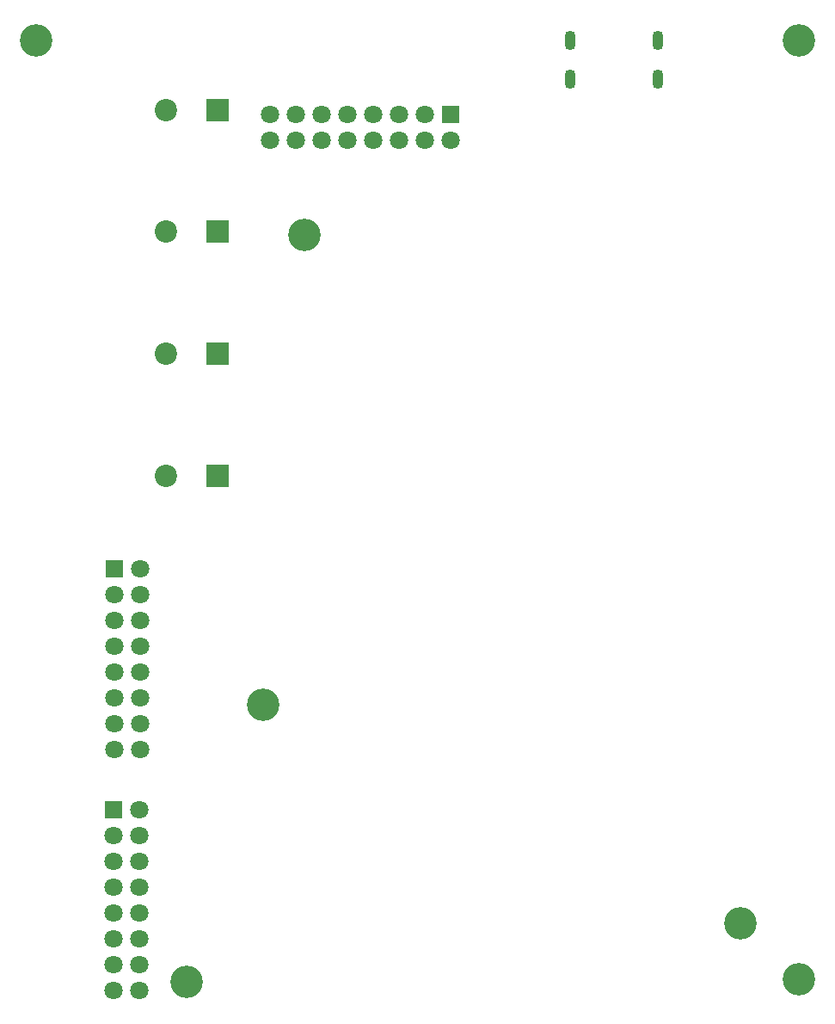
<source format=gbr>
%TF.GenerationSoftware,KiCad,Pcbnew,9.0.6*%
%TF.CreationDate,2026-01-11T21:04:54+09:00*%
%TF.ProjectId,zudo-pd,7a75646f-2d70-4642-9e6b-696361645f70,rev?*%
%TF.SameCoordinates,Original*%
%TF.FileFunction,Soldermask,Bot*%
%TF.FilePolarity,Negative*%
%FSLAX46Y46*%
G04 Gerber Fmt 4.6, Leading zero omitted, Abs format (unit mm)*
G04 Created by KiCad (PCBNEW 9.0.6) date 2026-01-11 21:04:54*
%MOMM*%
%LPD*%
G01*
G04 APERTURE LIST*
%ADD10C,1.800000*%
%ADD11R,1.780000X1.800000*%
%ADD12R,1.800000X1.780000*%
%ADD13O,1.100000X1.900000*%
%ADD14C,3.200000*%
%ADD15R,2.200000X2.200000*%
%ADD16C,2.200000*%
G04 APERTURE END LIST*
D10*
%TO.C,J4*%
X20460000Y-12980000D03*
X20460000Y-10440000D03*
X23000000Y-12980000D03*
X23000000Y-10440000D03*
X25540000Y-12980000D03*
X25540000Y-10440000D03*
X28080000Y-12980000D03*
X28080000Y-10440000D03*
X30620000Y-12980000D03*
X30620000Y-10440000D03*
X33160000Y-12980000D03*
X33160000Y-10440000D03*
X35700000Y-12980000D03*
X35700000Y-10440000D03*
X38240000Y-12980000D03*
D11*
X38240000Y-10440000D03*
%TD*%
D12*
%TO.C,J3*%
X5130000Y-55110000D03*
D10*
X7670000Y-55110000D03*
X5130000Y-57650000D03*
X7670000Y-57650000D03*
X5130000Y-60190000D03*
X7670000Y-60190000D03*
X5130000Y-62730000D03*
X7670000Y-62730000D03*
X5130000Y-65270000D03*
X7670000Y-65270000D03*
X5130000Y-67810000D03*
X7670000Y-67810000D03*
X5130000Y-70350000D03*
X7670000Y-70350000D03*
X5130000Y-72890000D03*
X7670000Y-72890000D03*
%TD*%
D12*
%TO.C,J2*%
X5020000Y-78860000D03*
D10*
X7560000Y-78860000D03*
X5020000Y-81400000D03*
X7560000Y-81400000D03*
X5020000Y-83940000D03*
X7560000Y-83940000D03*
X5020000Y-86480000D03*
X7560000Y-86480000D03*
X5020000Y-89020000D03*
X7560000Y-89020000D03*
X5020000Y-91560000D03*
X7560000Y-91560000D03*
X5020000Y-94100000D03*
X7560000Y-94100000D03*
X5020000Y-96640000D03*
X7560000Y-96640000D03*
%TD*%
D13*
%TO.C,J1*%
X50000000Y-3200000D03*
X58640000Y-3200000D03*
X50000000Y-7010000D03*
X58640000Y-7010000D03*
%TD*%
D14*
%TO.C,*%
X12200000Y-95800000D03*
%TD*%
%TO.C,REF\u002A\u002A*%
X-2600000Y-3200000D03*
%TD*%
%TO.C,REF\u002A\u002A*%
X72500000Y-3200000D03*
%TD*%
%TO.C,REF\u002A\u002A*%
X23800000Y-22300000D03*
%TD*%
D15*
%TO.C,J7*%
X15240000Y-34000000D03*
D16*
X10160000Y-34000000D03*
%TD*%
%TO.C,J9*%
X10160000Y-22000000D03*
D15*
X15240000Y-22000000D03*
%TD*%
D14*
%TO.C,REF\u002A\u002A*%
X72500000Y-95500000D03*
%TD*%
%TO.C,REF\u002A\u002A*%
X66750000Y-90000000D03*
%TD*%
D16*
%TO.C,J8*%
X10160000Y-46000000D03*
D15*
X15240000Y-46000000D03*
%TD*%
D16*
%TO.C,J6*%
X10160000Y-10000000D03*
D15*
X15240000Y-10000000D03*
%TD*%
D14*
%TO.C,REF\u002A\u002A*%
X19750000Y-68500000D03*
%TD*%
M02*

</source>
